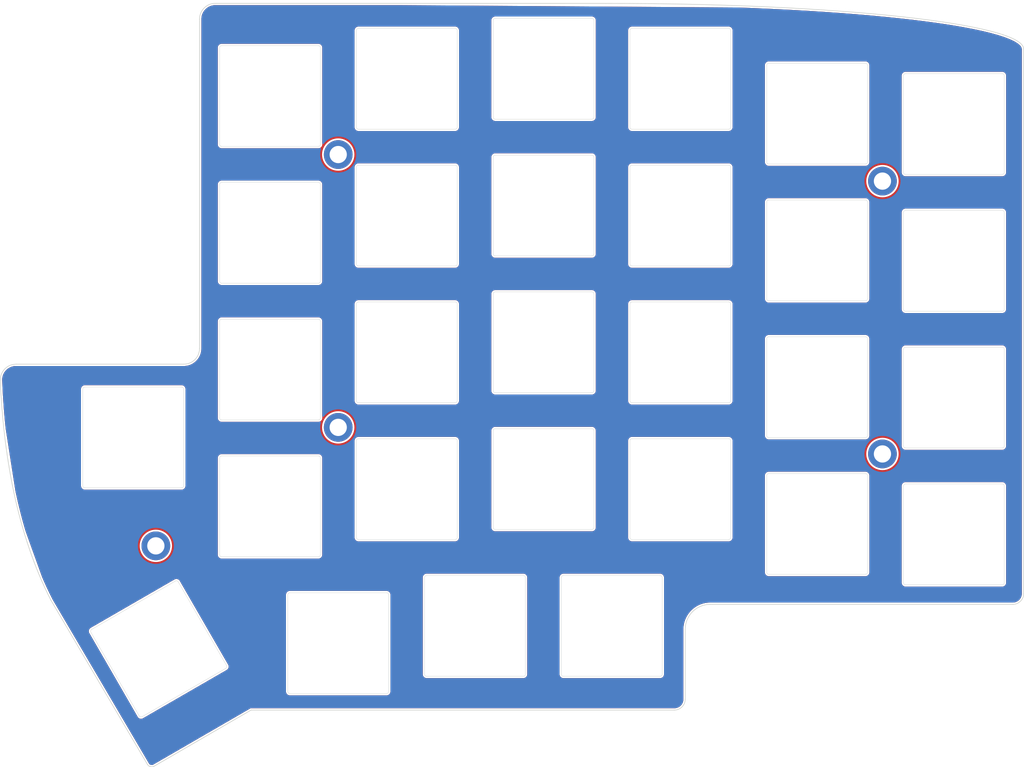
<source format=kicad_pcb>
(kicad_pcb (version 20240108) (generator "pcbnew") (generator_version "8.0")
  (title_block (title "Lily58 Koca Plate") (date "2025-01-10") (rev "1"))
  (layers (0 "F.Cu" signal) (31 "B.Cu" signal) (34 "B.Paste" user) (35 "F.Paste" user) (36 "B.SilkS" user "B.Silkscreen") (37 "F.SilkS" user "F.Silkscreen") (38 "B.Mask" user) (39 "F.Mask" user) (44 "Edge.Cuts" user))
  (net 0 "")
  (footprint "Cherry:Cherry_MX_Plate_Hole" (layer "F.Cu") (at 118.1 116.5)
    (property "Reference" "J20" (hide yes))
    (property "Value" "HOLE")
    (fp_line (start -7.025 6.725) (end -7.025 -6.725) (stroke (width 0.05)) (layer "Edge.Cuts"))
    (fp_line (start -6.725 -7.025) (end 6.725 -7.025) (stroke (width 0.05)) (layer "Edge.Cuts"))
    (fp_line (start 6.725 7.025) (end -6.725 7.025) (stroke (width 0.05)) (layer "Edge.Cuts"))
    (fp_line (start 7.025 -6.725) (end 7.025 6.725) (stroke (width 0.05)) (layer "Edge.Cuts"))
    (fp_arc (start -7.025 -6.725) (mid -6.937132 -6.937132) (end -6.725 -7.025) (stroke (width 0.05)) (layer "Edge.Cuts"))
    (fp_arc (start -6.725 7.025) (mid -6.937132 6.937132) (end -7.025 6.725) (stroke (width 0.05)) (layer "Edge.Cuts"))
    (fp_arc (start 6.725 -7.025) (mid 6.937132 -6.937132) (end 7.025 -6.725) (stroke (width 0.05)) (layer "Edge.Cuts"))
    (fp_arc (start 7.025 6.725) (mid 6.937132 6.937132) (end 6.725 7.025) (stroke (width 0.05)) (layer "Edge.Cuts"))
  )
  (footprint "Cherry:Cherry_MX_Plate_Hole" (layer "F.Cu") (at 175.25 114.1)
    (property "Reference" "J23" (hide yes))
    (property "Value" "HOLE")
    (fp_line (start -7.025 6.725) (end -7.025 -6.725) (stroke (width 0.05)) (layer "Edge.Cuts"))
    (fp_line (start -6.725 -7.025) (end 6.725 -7.025) (stroke (width 0.05)) (layer "Edge.Cuts"))
    (fp_line (start 6.725 7.025) (end -6.725 7.025) (stroke (width 0.05)) (layer "Edge.Cuts"))
    (fp_line (start 7.025 -6.725) (end 7.025 6.725) (stroke (width 0.05)) (layer "Edge.Cuts"))
    (fp_arc (start -7.025 -6.725) (mid -6.937132 -6.937132) (end -6.725 -7.025) (stroke (width 0.05)) (layer "Edge.Cuts"))
    (fp_arc (start -6.725 7.025) (mid -6.937132 6.937132) (end -7.025 6.725) (stroke (width 0.05)) (layer "Edge.Cuts"))
    (fp_arc (start 6.725 -7.025) (mid 6.937132 -6.937132) (end 7.025 -6.725) (stroke (width 0.05)) (layer "Edge.Cuts"))
    (fp_arc (start 7.025 6.725) (mid 6.937132 6.937132) (end 6.725 7.025) (stroke (width 0.05)) (layer "Edge.Cuts"))
  )
  (footprint "Cherry:Cherry_MX_Plate_Hole" (layer "F.Cu") (at 156.2 55.55)
    (property "Reference" "J3" (hide yes))
    (property "Value" "HOLE")
    (fp_line (start -7.025 6.725) (end -7.025 -6.725) (stroke (width 0.05)) (layer "Edge.Cuts"))
    (fp_line (start -6.725 -7.025) (end 6.725 -7.025) (stroke (width 0.05)) (layer "Edge.Cuts"))
    (fp_line (start 6.725 7.025) (end -6.725 7.025) (stroke (width 0.05)) (layer "Edge.Cuts"))
    (fp_line (start 7.025 -6.725) (end 7.025 6.725) (stroke (width 0.05)) (layer "Edge.Cuts"))
    (fp_arc (start -7.025 -6.725) (mid -6.937132 -6.937132) (end -6.725 -7.025) (stroke (width 0.05)) (layer "Edge.Cuts"))
    (fp_arc (start -6.725 7.025) (mid -6.937132 6.937132) (end -7.025 6.725) (stroke (width 0.05)) (layer "Edge.Cuts"))
    (fp_arc (start 6.725 -7.025) (mid 6.937132 -6.937132) (end 7.025 -6.725) (stroke (width 0.05)) (layer "Edge.Cuts"))
    (fp_arc (start 7.025 6.725) (mid 6.937132 6.937132) (end 6.725 7.025) (stroke (width 0.05)) (layer "Edge.Cuts"))
  )
  (footprint "Cherry:Cherry_MX_Plate_Hole" (layer "F.Cu") (at 156.2 93.65)
    (property "Reference" "J15" (hide yes))
    (property "Value" "HOLE")
    (fp_line (start -7.025 6.725) (end -7.025 -6.725) (stroke (width 0.05)) (layer "Edge.Cuts"))
    (fp_line (start -6.725 -7.025) (end 6.725 -7.025) (stroke (width 0.05)) (layer "Edge.Cuts"))
    (fp_line (start 6.725 7.025) (end -6.725 7.025) (stroke (width 0.05)) (layer "Edge.Cuts"))
    (fp_line (start 7.025 -6.725) (end 7.025 6.725) (stroke (width 0.05)) (layer "Edge.Cuts"))
    (fp_arc (start -7.025 -6.725) (mid -6.937132 -6.937132) (end -6.725 -7.025) (stroke (width 0.05)) (layer "Edge.Cuts"))
    (fp_arc (start -6.725 7.025) (mid -6.937132 6.937132) (end -7.025 6.725) (stroke (width 0.05)) (layer "Edge.Cuts"))
    (fp_arc (start 6.725 -7.025) (mid 6.937132 -6.937132) (end 7.025 -6.725) (stroke (width 0.05)) (layer "Edge.Cuts"))
    (fp_arc (start 7.025 6.725) (mid 6.937132 6.937132) (end 6.725 7.025) (stroke (width 0.05)) (layer "Edge.Cuts"))
  )
  (footprint "Cherry:Cherry_MX_Plate_Hole" (layer "F.Cu") (at 175.25 76)
    (property "Reference" "J10" (hide yes))
    (property "Value" "HOLE")
    (fp_line (start -7.025 6.725) (end -7.025 -6.725) (stroke (width 0.05)) (layer "Edge.Cuts"))
    (fp_line (start -6.725 -7.025) (end 6.725 -7.025) (stroke (width 0.05)) (layer "Edge.Cuts"))
    (fp_line (start 6.725 7.025) (end -6.725 7.025) (stroke (width 0.05)) (layer "Edge.Cuts"))
    (fp_line (start 7.025 -6.725) (end 7.025 6.725) (stroke (width 0.05)) (layer "Edge.Cuts"))
    (fp_arc (start -7.025 -6.725) (mid -6.937132 -6.937132) (end -6.725 -7.025) (stroke (width 0.05)) (layer "Edge.Cuts"))
    (fp_arc (start -6.725 7.025) (mid -6.937132 6.937132) (end -7.025 6.725) (stroke (width 0.05)) (layer "Edge.Cuts"))
    (fp_arc (start 6.725 -7.025) (mid 6.937132 -6.937132) (end 7.025 -6.725) (stroke (width 0.05)) (layer "Edge.Cuts"))
    (fp_arc (start 7.025 6.725) (mid 6.937132 6.937132) (end 6.725 7.025) (stroke (width 0.05)) (layer "Edge.Cuts"))
  )
  (footprint "Cherry:Cherry_MX_Plate_Hole" (layer "F.Cu") (at 213.35 82.3)
    (property "Reference" "J12" (hide yes))
    (property "Value" "HOLE")
    (fp_line (start -7.025 6.725) (end -7.025 -6.725) (stroke (width 0.05)) (layer "Edge.Cuts"))
    (fp_line (start -6.725 -7.025) (end 6.725 -7.025) (stroke (width 0.05)) (layer "Edge.Cuts"))
    (fp_line (start 6.725 7.025) (end -6.725 7.025) (stroke (width 0.05)) (layer "Edge.Cuts"))
    (fp_line (start 7.025 -6.725) (end 7.025 6.725) (stroke (width 0.05)) (layer "Edge.Cuts"))
    (fp_arc (start -7.025 -6.725) (mid -6.937132 -6.937132) (end -6.725 -7.025) (stroke (width 0.05)) (layer "Edge.Cuts"))
    (fp_arc (start -6.725 7.025) (mid -6.937132 6.937132) (end -7.025 6.725) (stroke (width 0.05)) (layer "Edge.Cuts"))
    (fp_arc (start 6.725 -7.025) (mid 6.937132 -6.937132) (end 7.025 -6.725) (stroke (width 0.05)) (layer "Edge.Cuts"))
    (fp_arc (start 7.025 6.725) (mid 6.937132 6.937132) (end 6.725 7.025) (stroke (width 0.05)) (layer "Edge.Cuts"))
  )
  (footprint "Cherry:Cherry_MX_Plate_Hole" (layer "F.Cu") (at 118.1 78.4)
    (property "Reference" "J7" (hide yes))
    (property "Value" "HOLE")
    (fp_line (start -7.025 6.725) (end -7.025 -6.725) (stroke (width 0.05)) (layer "Edge.Cuts"))
    (fp_line (start -6.725 -7.025) (end 6.725 -7.025) (stroke (width 0.05)) (layer "Edge.Cuts"))
    (fp_line (start 6.725 7.025) (end -6.725 7.025) (stroke (width 0.05)) (layer "Edge.Cuts"))
    (fp_line (start 7.025 -6.725) (end 7.025 6.725) (stroke (width 0.05)) (layer "Edge.Cuts"))
    (fp_arc (start -7.025 -6.725) (mid -6.937132 -6.937132) (end -6.725 -7.025) (stroke (width 0.05)) (layer "Edge.Cuts"))
    (fp_arc (start -6.725 7.025) (mid -6.937132 6.937132) (end -7.025 6.725) (stroke (width 0.05)) (layer "Edge.Cuts"))
    (fp_arc (start 6.725 -7.025) (mid 6.937132 -6.937132) (end 7.025 -6.725) (stroke (width 0.05)) (layer "Edge.Cuts"))
    (fp_arc (start 7.025 6.725) (mid 6.937132 6.937132) (end 6.725 7.025) (stroke (width 0.05)) (layer "Edge.Cuts"))
  )
  (footprint "Cherry:Cherry_MX_Plate_Hole" (layer "F.Cu") (at 213.35 101.35)
    (property "Reference" "J18" (hide yes))
    (property "Value" "HOLE")
    (fp_line (start -7.025 6.725) (end -7.025 -6.725) (stroke (width 0.05)) (layer "Edge.Cuts"))
    (fp_line (start -6.725 -7.025) (end 6.725 -7.025) (stroke (width 0.05)) (layer "Edge.Cuts"))
    (fp_line (start 6.725 7.025) (end -6.725 7.025) (stroke (width 0.05)) (layer "Edge.Cuts"))
    (fp_line (start 7.025 -6.725) (end 7.025 6.725) (stroke (width 0.05)) (layer "Edge.Cuts"))
    (fp_arc (start -7.025 -6.725) (mid -6.937132 -6.937132) (end -6.725 -7.025) (stroke (width 0.05)) (layer "Edge.Cuts"))
    (fp_arc (start -6.725 7.025) (mid -6.937132 6.937132) (end -7.025 6.725) (stroke (width 0.05)) (layer "Edge.Cuts"))
    (fp_arc (start 6.725 -7.025) (mid 6.937132 -6.937132) (end 7.025 -6.725) (stroke (width 0.05)) (layer "Edge.Cuts"))
    (fp_arc (start 7.025 6.725) (mid 6.937132 6.937132) (end 6.725 7.025) (stroke (width 0.05)) (layer "Edge.Cuts"))
  )
  (footprint "yuchi:M2_HOLE_PCB" (layer "F.Cu") (at 203.4 109.2)
    (property "Reference" "J34" (hide yes))
    (property "Value" "M2")
    (pad "" thru_hole circle (at 0 0) (size 4 4) (drill 2.4) (layers "*.Cu" "*.Mask"))
  )
  (footprint "Cherry:Cherry_MX_Plate_Hole" (layer "F.Cu") (at 156.2 74.6)
    (property "Reference" "J9" (hide yes))
    (property "Value" "HOLE")
    (fp_line (start -7.025 6.725) (end -7.025 -6.725) (stroke (width 0.05)) (layer "Edge.Cuts"))
    (fp_line (start -6.725 -7.025) (end 6.725 -7.025) (stroke (width 0.05)) (layer "Edge.Cuts"))
    (fp_line (start 6.725 7.025) (end -6.725 7.025) (stroke (width 0.05)) (layer "Edge.Cuts"))
    (fp_line (start 7.025 -6.725) (end 7.025 6.725) (stroke (width 0.05)) (layer "Edge.Cuts"))
    (fp_arc (start -7.025 -6.725) (mid -6.937132 -6.937132) (end -6.725 -7.025) (stroke (width 0.05)) (layer "Edge.Cuts"))
    (fp_arc (start -6.725 7.025) (mid -6.937132 6.937132) (end -7.025 6.725) (stroke (width 0.05)) (layer "Edge.Cuts"))
    (fp_arc (start 6.725 -7.025) (mid 6.937132 -6.937132) (end 7.025 -6.725) (stroke (width 0.05)) (layer "Edge.Cuts"))
    (fp_arc (start 7.025 6.725) (mid 6.937132 6.937132) (end 6.725 7.025) (stroke (width 0.05)) (layer "Edge.Cuts"))
  )
  (footprint "Cherry:Cherry_MX_Plate_Hole" (layer "F.Cu") (at 137.15 95.05)
    (property "Reference" "J14" (hide yes))
    (property "Value" "HOLE")
    (fp_line (start -7.025 6.725) (end -7.025 -6.725) (stroke (width 0.05)) (layer "Edge.Cuts"))
    (fp_line (start -6.725 -7.025) (end 6.725 -7.025) (stroke (width 0.05)) (layer "Edge.Cuts"))
    (fp_line (start 6.725 7.025) (end -6.725 7.025) (stroke (width 0.05)) (layer "Edge.Cuts"))
    (fp_line (start 7.025 -6.725) (end 7.025 6.725) (stroke (width 0.05)) (layer "Edge.Cuts"))
    (fp_arc (start -7.025 -6.725) (mid -6.937132 -6.937132) (end -6.725 -7.025) (stroke (width 0.05)) (layer "Edge.Cuts"))
    (fp_arc (start -6.725 7.025) (mid -6.937132 6.937132) (end -7.025 6.725) (stroke (width 0.05)) (layer "Edge.Cuts"))
    (fp_arc (start 6.725 -7.025) (mid 6.937132 -6.937132) (end 7.025 -6.725) (stroke (width 0.05)) (layer "Edge.Cuts"))
    (fp_arc (start 7.025 6.725) (mid 6.937132 6.937132) (end 6.725 7.025) (stroke (width 0.05)) (layer "Edge.Cuts"))
  )
  (footprint "Cherry:Cherry_MX_Plate_Hole" (layer "F.Cu") (at 194.3 99.9)
    (property "Reference" "J17" (hide yes))
    (property "Value" "HOLE")
    (fp_line (start -7.025 6.725) (end -7.025 -6.725) (stroke (width 0.05)) (layer "Edge.Cuts"))
    (fp_line (start -6.725 -7.025) (end 6.725 -7.025) (stroke (width 0.05)) (layer "Edge.Cuts"))
    (fp_line (start 6.725 7.025) (end -6.725 7.025) (stroke (width 0.05)) (layer "Edge.Cuts"))
    (fp_line (start 7.025 -6.725) (end 7.025 6.725) (stroke (width 0.05)) (layer "Edge.Cuts"))
    (fp_arc (start -7.025 -6.725) (mid -6.937132 -6.937132) (end -6.725 -7.025) (stroke (width 0.05)) (layer "Edge.Cuts"))
    (fp_arc (start -6.725 7.025) (mid -6.937132 6.937132) (end -7.025 6.725) (stroke (width 0.05)) (layer "Edge.Cuts"))
    (fp_arc (start 6.725 -7.025) (mid 6.937132 -6.937132) (end 7.025 -6.725) (stroke (width 0.05)) (layer "Edge.Cuts"))
    (fp_arc (start 7.025 6.725) (mid 6.937132 6.937132) (end 6.725 7.025) (stroke (width 0.05)) (layer "Edge.Cuts"))
  )
  (footprint "Cherry:Cherry_MX_Plate_Hole" (layer "F.Cu") (at 213.35 63.25)
    (property "Reference" "J6" (hide yes))
    (property "Value" "HOLE")
    (fp_line (start -7.025 6.725) (end -7.025 -6.725) (stroke (width 0.05)) (layer "Edge.Cuts"))
    (fp_line (start -6.725 -7.025) (end 6.725 -7.025) (stroke (width 0.05)) (layer "Edge.Cuts"))
    (fp_line (start 6.725 7.025) (end -6.725 7.025) (stroke (width 0.05)) (layer "Edge.Cuts"))
    (fp_line (start 7.025 -6.725) (end 7.025 6.725) (stroke (width 0.05)) (layer "Edge.Cuts"))
    (fp_arc (start -7.025 -6.725) (mid -6.937132 -6.937132) (end -6.725 -7.025) (stroke (width 0.05)) (layer "Edge.Cuts"))
    (fp_arc (start -6.725 7.025) (mid -6.937132 6.937132) (end -7.025 6.725) (stroke (width 0.05)) (layer "Edge.Cuts"))
    (fp_arc (start 6.725 -7.025) (mid 6.937132 -6.937132) (end 7.025 -6.725) (stroke (width 0.05)) (layer "Edge.Cuts"))
    (fp_arc (start 7.025 6.725) (mid 6.937132 6.937132) (end 6.725 7.025) (stroke (width 0.05)) (layer "Edge.Cuts"))
  )
  (footprint "Cherry:Cherry_MX_Plate_Hole" (layer "F.Cu") (at 165.7 133.15)
    (property "Reference" "J29" (hide yes))
    (property "Value" "HOLE")
    (fp_line (start -7.025 6.725) (end -7.025 -6.725) (stroke (width 0.05)) (layer "Edge.Cuts"))
    (fp_line (start -6.725 -7.025) (end 6.725 -7.025) (stroke (width 0.05)) (layer "Edge.Cuts"))
    (fp_line (start 6.725 7.025) (end -6.725 7.025) (stroke (width 0.05)) (layer "Edge.Cuts"))
    (fp_line (start 7.025 -6.725) (end 7.025 6.725) (stroke (width 0.05)) (layer "Edge.Cuts"))
    (fp_arc (start -7.025 -6.725) (mid -6.937132 -6.937132) (end -6.725 -7.025) (stroke (width 0.05)) (layer "Edge.Cuts"))
    (fp_arc (start -6.725 7.025) (mid -6.937132 6.937132) (end -7.025 6.725) (stroke (width 0.05)) (layer "Edge.Cuts"))
    (fp_arc (start 6.725 -7.025) (mid 6.937132 -6.937132) (end 7.025 -6.725) (stroke (width 0.05)) (layer "Edge.Cuts"))
    (fp_arc (start 7.025 6.725) (mid 6.937132 6.937132) (end 6.725 7.025) (stroke (width 0.05)) (layer "Edge.Cuts"))
  )
  (footprint "yuchi:M2_HOLE_PCB" (layer "F.Cu") (at 127.6 105.5)
    (property "Reference" "J31" (hide yes))
    (property "Value" "M2")
    (pad "" thru_hole circle (at 0 0) (size 4 4) (drill 2.4) (layers "*.Cu" "*.Mask"))
  )
  (footprint "Cherry:Cherry_MX_Plate_Hole" (layer "F.Cu") (at 194.3 118.95)
    (property "Reference" "J24" (hide yes))
    (property "Value" "HOLE")
    (fp_line (start -7.025 6.725) (end -7.025 -6.725) (stroke (width 0.05)) (layer "Edge.Cuts"))
    (fp_line (start -6.725 -7.025) (end 6.725 -7.025) (stroke (width 0.05)) (layer "Edge.Cuts"))
    (fp_line (start 6.725 7.025) (end -6.725 7.025) (stroke (width 0.05)) (layer "Edge.Cuts"))
    (fp_line (start 7.025 -6.725) (end 7.025 6.725) (stroke (width 0.05)) (layer "Edge.Cuts"))
    (fp_arc (start -7.025 -6.725) (mid -6.937132 -6.937132) (end -6.725 -7.025) (stroke (width 0.05)) (layer "Edge.Cuts"))
    (fp_arc (start -6.725 7.025) (mid -6.937132 6.937132) (end -7.025 6.725) (stroke (width 0.05)) (layer "Edge.Cuts"))
    (fp_arc (start 6.725 -7.025) (mid 6.937132 -6.937132) (end 7.025 -6.725) (stroke (width 0.05)) (layer "Edge.Cuts"))
    (fp_arc (start 7.025 6.725) (mid 6.937132 6.937132) (end 6.725 7.025) (stroke (width 0.05)) (layer "Edge.Cuts"))
  )
  (footprint "Cherry:Cherry_MX_Plate_Hole" (layer "F.Cu") (at 213.35 120.4)
    (property "Reference" "J25" (hide yes))
    (property "Value" "HOLE")
    (fp_line (start -7.025 6.725) (end -7.025 -6.725) (stroke (width 0.05)) (layer "Edge.Cuts"))
    (fp_line (start -6.725 -7.025) (end 6.725 -7.025) (stroke (width 0.05)) (layer "Edge.Cuts"))
    (fp_line (start 6.725 7.025) (end -6.725 7.025) (stroke (width 0.05)) (layer "Edge.Cuts"))
    (fp_line (start 7.025 -6.725) (end 7.025 6.725) (stroke (width 0.05)) (layer "Edge.Cuts"))
    (fp_arc (start -7.025 -6.725) (mid -6.937132 -6.937132) (end -6.725 -7.025) (stroke (width 0.05)) (layer "Edge.Cuts"))
    (fp_arc (start -6.725 7.025) (mid -6.937132 6.937132) (end -7.025 6.725) (stroke (width 0.05)) (layer "Edge.Cuts"))
    (fp_arc (start 6.725 -7.025) (mid 6.937132 -6.937132) (end 7.025 -6.725) (stroke (width 0.05)) (layer "Edge.Cuts"))
    (fp_arc (start 7.025 6.725) (mid 6.937132 6.937132) (end 6.725 7.025) (stroke (width 0.05)) (layer "Edge.Cuts"))
  )
  (footprint "yuchi:M2_HOLE_PCB" (layer "F.Cu") (at 203.4 71.2)
    (property "Reference" "J33" (hide yes))
    (property "Value" "M2")
    (pad "" thru_hole circle (at 0 0) (size 4 4) (drill 2.4) (layers "*.Cu" "*.Mask"))
  )
  (footprint "Cherry:Cherry_MX_Plate_Hole" (layer "F.Cu") (at 118.1 97.45)
    (property "Reference" "J13" (hide yes))
    (property "Value" "HOLE")
    (fp_line (start -7.025 6.725) (end -7.025 -6.725) (stroke (width 0.05)) (layer "Edge.Cuts"))
    (fp_line (start -6.725 -7.025) (end 6.725 -7.025) (stroke (width 0.05)) (layer "Edge.Cuts"))
    (fp_line (start 6.725 7.025) (end -6.725 7.025) (stroke (width 0.05)) (layer "Edge.Cuts"))
    (fp_line (start 7.025 -6.725) (end 7.025 6.725) (stroke (width 0.05)) (layer "Edge.Cuts"))
    (fp_arc (start -7.025 -6.725) (mid -6.937132 -6.937132) (end -6.725 -7.025) (stroke (width 0.05)) (layer "Edge.Cuts"))
    (fp_arc (start -6.725 7.025) (mid -6.937132 6.937132) (end -7.025 6.725) (stroke (width 0.05)) (layer "Edge.Cuts"))
    (fp_arc (start 6.725 -7.025) (mid 6.937132 -6.937132) (end 7.025 -6.725) (stroke (width 0.05)) (layer "Edge.Cuts"))
    (fp_arc (start 7.025 6.725) (mid 6.937132 6.937132) (end 6.725 7.025) (stroke (width 0.05)) (layer "Edge.Cuts"))
  )
  (footprint "Cherry:Cherry_MX_Plate_Hole" (layer "F.Cu") (at 99.05 106.9)
    (property "Reference" "J19" (hide yes))
    (property "Value" "HOLE")
    (fp_line (start -7.025 6.725) (end -7.025 -6.725) (stroke (width 0.05)) (layer "Edge.Cuts"))
    (fp_line (start -6.725 -7.025) (end 6.725 -7.025) (stroke (width 0.05)) (layer "Edge.Cuts"))
    (fp_line (start 6.725 7.025) (end -6.725 7.025) (stroke (width 0.05)) (layer "Edge.Cuts"))
    (fp_line (start 7.025 -6.725) (end 7.025 6.725) (stroke (width 0.05)) (layer "Edge.Cuts"))
    (fp_arc (start -7.025 -6.725) (mid -6.937132 -6.937132) (end -6.725 -7.025) (stroke (width 0.05)) (layer "Edge.Cuts"))
    (fp_arc (start -6.725 7.025) (mid -6.937132 6.937132) (end -7.025 6.725) (stroke (width 0.05)) (layer "Edge.Cuts"))
    (fp_arc (start 6.725 -7.025) (mid 6.937132 -6.937132) (end 7.025 -6.725) (stroke (width 0.05)) (layer "Edge.Cuts"))
    (fp_arc (start 7.025 6.725) (mid 6.937132 6.937132) (end 6.725 7.025) (stroke (width 0.05)) (layer "Edge.Cuts"))
  )
  (footprint "Cherry:Cherry_MX_Plate_Hole" (layer "F.Cu") (at 175.25 56.95)
    (property "Reference" "J4" (hide yes))
    (property "Value" "HOLE")
    (fp_line (start -7.025 6.725) (end -7.025 -6.725) (stroke (width 0.05)) (layer "Edge.Cuts"))
    (fp_line (start -6.725 -7.025) (end 6.725 -7.025) (stroke (width 0.05)) (layer "Edge.Cuts"))
    (fp_line (start 6.725 7.025) (end -6.725 7.025) (stroke (width 0.05)) (layer "Edge.Cuts"))
    (fp_line (start 7.025 -6.725) (end 7.025 6.725) (stroke (width 0.05)) (layer "Edge.Cuts"))
    (fp_arc (start -7.025 -6.725) (mid -6.937132 -6.937132) (end -6.725 -7.025) (stroke (width 0.05)) (layer "Edge.Cuts"))
    (fp_arc (start -6.725 7.025) (mid -6.937132 6.937132) (end -7.025 6.725) (stroke (width 0.05)) (layer "Edge.Cuts"))
    (fp_arc (start 6.725 -7.025) (mid 6.937132 -6.937132) (end 7.025 -6.725) (stroke (width 0.05)) (layer "Edge.Cuts"))
    (fp_arc (start 7.025 6.725) (mid 6.937132 6.937132) (end 6.725 7.025) (stroke (width 0.05)) (layer "Edge.Cuts"))
  )
  (footprint "Cherry:Cherry_MX_Plate_Hole" (layer "F.Cu") (at 137.15 114.1)
    (property "Reference" "J21" (hide yes))
    (property "Value" "HOLE")
    (fp_line (start -7.025 6.725) (end -7.025 -6.725) (stroke (width 0.05)) (layer "Edge.Cuts"))
    (fp_line (start -6.725 -7.025) (end 6.725 -7.025) (stroke (width 0.05)) (layer "Edge.Cuts"))
    (fp_line (start 6.725 7.025) (end -6.725 7.025) (stroke (width 0.05)) (layer "Edge.Cuts"))
    (fp_line (start 7.025 -6.725) (end 7.025 6.725) (stroke (width 0.05)) (layer "Edge.Cuts"))
    (fp_arc (start -7.025 -6.725) (mid -6.937132 -6.937132) (end -6.725 -7.025) (stroke (width 0.05)) (layer "Edge.Cuts"))
    (fp_arc (start -6.725 7.025) (mid -6.937132 6.937132) (end -7.025 6.725) (stroke (width 0.05)) (layer "Edge.Cuts"))
    (fp_arc (start 6.725 -7.025) (mid 6.937132 -6.937132) (end 7.025 -6.725) (stroke (width 0.05)) (layer "Edge.Cuts"))
    (fp_arc (start 7.025 6.725) (mid 6.937132 6.937132) (end 6.725 7.025) (stroke (width 0.05)) (layer "Edge.Cuts"))
  )
  (footprint "yuchi:M2_HOLE_PCB" (layer "F.Cu") (at 127.6 67.5)
    (property "Reference" "J32" (hide yes))
    (property "Value" "M2")
    (pad "" thru_hole circle (at 0 0) (size 4 4) (drill 2.4) (layers "*.Cu" "*.Mask"))
  )
  (footprint "Cherry:Cherry_MX_Plate_Hole" (layer "F.Cu") (at 194.3 80.85)
    (property "Reference" "J11" (hide yes))
    (property "Value" "HOLE")
    (fp_line (start -7.025 6.725) (end -7.025 -6.725) (stroke (width 0.05)) (layer "Edge.Cuts"))
    (fp_line (start -6.725 -7.025) (end 6.725 -7.025) (stroke (width 0.05)) (layer "Edge.Cuts"))
    (fp_line (start 6.725 7.025) (end -6.725 7.025) (stroke (width 0.05)) (layer "Edge.Cuts"))
    (fp_line (start 7.025 -6.725) (end 7.025 6.725) (stroke (width 0.05)) (layer "Edge.Cuts"))
    (fp_arc (start -7.025 -6.725) (mid -6.937132 -6.937132) (end -6.725 -7.025) (stroke (width 0.05)) (layer "Edge.Cuts"))
    (fp_arc (start -6.725 7.025) (mid -6.937132 6.937132) (end -7.025 6.725) (stroke (width 0.05)) (layer "Edge.Cuts"))
    (fp_arc (start 6.725 -7.025) (mid 6.937132 -6.937132) (end 7.025 -6.725) (stroke (width 0.05)) (layer "Edge.Cuts"))
    (fp_arc (start 7.025 6.725) (mid 6.937132 6.937132) (end 6.725 7.025) (stroke (width 0.05)) (layer "Edge.Cuts"))
  )
  (footprint "Cherry:Cherry_MX_Plate_Hole" (layer "F.Cu") (at 137.15 76)
    (property "Reference" "J8" (hide yes))
    (property "Value" "HOLE")
    (fp_line (start -7.025 6.725) (end -7.025 -6.725) (stroke (width 0.05)) (layer "Edge.Cuts"))
    (fp_line (start -6.725 -7.025) (end 6.725 -7.025) (stroke (width 0.05)) (layer "Edge.Cuts"))
    (fp_line (start 6.725 7.025) (end -6.725 7.025) (stroke (width 0.05)) (layer "Edge.Cuts"))
    (fp_line (start 7.025 -6.725) (end 7.025 6.725) (stroke (width 0.05)) (layer "Edge.Cuts"))
    (fp_arc (start -7.025 -6.725) (mid -6.937132 -6.937132) (end -6.725 -7.025) (stroke (width 0.05)) (layer "Edge.Cuts"))
    (fp_arc (start -6.725 7.025) (mid -6.937132 6.937132) (end -7.025 6.725) (stroke (width 0.05)) (layer "Edge.Cuts"))
    (fp_arc (start 6.725 -7.025) (mid 6.937132 -6.937132) (end 7.025 -6.725) (stroke (width 0.05)) (layer "Edge.Cuts"))
    (fp_arc (start 7.025 6.725) (mid 6.937132 6.937132) (end 6.725 7.025) (stroke (width 0.05)) (layer "Edge.Cuts"))
  )
  (footprint "Cherry:Cherry_MX_Plate_Hole" (layer "F.Cu") (at 102.6 136.35 30)
    (property "Reference" "J26" (hide yes))
    (property "Value" "HOLE")
    (fp_line (start -6.725 -7.025) (end 6.725 -7.025) (stroke (width 0.05)) (layer "Edge.Cuts"))
    (fp_line (start -7.025 6.725) (end -7.025 -6.725) (stroke (width 0.05)) (layer "Edge.Cuts"))
    (fp_line (start 7.025 -6.725) (end 7.025 6.725) (stroke (width 0.05)) (layer "Edge.Cuts"))
    (fp_line (start 6.725 7.025) (end -6.725 7.025) (stroke (width 0.05)) (layer "Edge.Cuts"))
    (fp_arc (start -7.025 -6.725) (mid -6.93713 -6.937129) (end -6.725 -7.025) (stroke (width 0.05)) (layer "Edge.Cuts"))
    (fp_arc (start -6.725 7.025) (mid -6.937129 6.93713) (end -7.025 6.725) (stroke (width 0.05)) (layer "Edge.Cuts"))
    (fp_arc (start 6.725 -7.025) (mid 6.937131 -6.937132) (end 7.025 -6.725) (stroke (width 0.05)) (layer "Edge.Cuts"))
    (fp_arc (start 7.025 6.725) (mid 6.937132 6.937131) (end 6.725 7.025) (stroke (width 0.05)) (layer "Edge.Cuts"))
  )
  (footprint "Cherry:Cherry_MX_Plate_Hole" (layer "F.Cu") (at 156.2 112.7)
    (property "Reference" "J22" (hide yes))
    (property "Value" "HOLE")
    (fp_line (start -7.025 6.725) (end -7.025 -6.725) (stroke (width 0.05)) (layer "Edge.Cuts"))
    (fp_line (start -6.725 -7.025) (end 6.725 -7.025) (stroke (width 0.05)) (layer "Edge.Cuts"))
    (fp_line (start 6.725 7.025) (end -6.725 7.025) (stroke (width 0.05)) (layer "Edge.Cuts"))
    (fp_line (start 7.025 -6.725) (end 7.025 6.725) (stroke (width 0.05)) (layer "Edge.Cuts"))
    (fp_arc (start -7.025 -6.725) (mid -6.937132 -6.937132) (end -6.725 -7.025) (stroke (width 0.05)) (layer "Edge.Cuts"))
    (fp_arc (start -6.725 7.025) (mid -6.937132 6.937132) (end -7.025 6.725) (stroke (width 0.05)) (layer "Edge.Cuts"))
    (fp_arc (start 6.725 -7.025) (mid 6.937132 -6.937132) (end 7.025 -6.725) (stroke (width 0.05)) (layer "Edge.Cuts"))
    (fp_arc (start 7.025 6.725) (mid 6.937132 6.937132) (end 6.725 7.025) (stroke (width 0.05)) (layer "Edge.Cuts"))
  )
  (footprint "Cherry:Cherry_MX_Plate_Hole" (layer "F.Cu") (at 194.3 61.8)
    (property "Reference" "J5" (hide yes))
    (property "Value" "HOLE")
    (fp_line (start -7.025 6.725) (end -7.025 -6.725) (stroke (width 0.05)) (layer "Edge.Cuts"))
    (fp_line (start -6.725 -7.025) (end 6.725 -7.025) (stroke (width 0.05)) (layer "Edge.Cuts"))
    (fp_line (start 6.725 7.025) (end -6.725 7.025) (stroke (width 0.05)) (layer "Edge.Cuts"))
    (fp_line (start 7.025 -6.725) (end 7.025 6.725) (stroke (width 0.05)) (layer "Edge.Cuts"))
    (fp_arc (start -7.025 -6.725) (mid -6.937132 -6.937132) (end -6.725 -7.025) (stroke (width 0.05)) (layer "Edge.Cuts"))
    (fp_arc (start -6.725 7.025) (mid -6.937132 6.937132) (end -7.025 6.725) (stroke (width 0.05)) (layer "Edge.Cuts"))
    (fp_arc (start 6.725 -7.025) (mid 6.937132 -6.937132) (end 7.025 -6.725) (stroke (width 0.05)) (layer "Edge.Cuts"))
    (fp_arc (start 7.025 6.725) (mid 6.937132 6.937132) (end 6.725 7.025) (stroke (width 0.05)) (layer "Edge.Cuts"))
  )
  (footprint "Cherry:Cherry_MX_Plate_Hole" (layer "F.Cu") (at 146.65 133.15)
    (property "Reference" "J28" (hide yes))
    (property "Value" "HOLE")
    (fp_line (start -7.025 6.725) (end -7.025 -6.725) (stroke (width 0.05)) (layer "Edge.Cuts"))
    (fp_line (start -6.725 -7.025) (end 6.725 -7.025) (stroke (width 0.05)) (layer "Edge.Cuts"))
    (fp_line (start 6.725 7.025) (end -6.725 7.025) (stroke (width 0.05)) (layer "Edge.Cuts"))
    (fp_line (start 7.025 -6.725) (end 7.025 6.725) (stroke (width 0.05)) (layer "Edge.Cuts"))
    (fp_arc (start -7.025 -6.725) (mid -6.937132 -6.937132) (end -6.725 -7.025) (stroke (width 0.05)) (layer "Edge.Cuts"))
    (fp_arc (start -6.725 7.025) (mid -6.937132 6.937132) (end -7.025 6.725) (stroke (width 0.05)) (layer "Edge.Cuts"))
    (fp_arc (start 6.725 -7.025) (mid 6.937132 -6.937132) (end 7.025 -6.725) (stroke (width 0.05)) (layer "Edge.Cuts"))
    (fp_arc (start 7.025 6.725) (mid 6.937132 6.937132) (end 6.725 7.025) (stroke (width 0.05)) (layer "Edge.Cuts"))
  )
  (footprint "Cherry:Cherry_MX_Plate_Hole" (layer "F.Cu") (at 175.25 95.05)
    (property "Reference" "J16" (hide yes))
    (property "Value" "HOLE")
    (fp_line (start -7.025 6.725) (end -7.025 -6.725) (stroke (width 0.05)) (layer "Edge.Cuts"))
    (fp_line (start -6.725 -7.025) (end 6.725 -7.025) (stroke (width 0.05)) (layer "Edge.Cuts"))
    (fp_line (start 6.725 7.025) (end -6.725 7.025) (stroke (width 0.05)) (layer "Edge.Cuts"))
    (fp_line (start 7.025 -6.725) (end 7.025 6.725) (stroke (width 0.05)) (layer "Edge.Cuts"))
    (fp_arc (start -7.025 -6.725) (mid -6.937132 -6.937132) (end -6.725 -7.025) (stroke (width 0.05)) (layer "Edge.Cuts"))
    (fp_arc (start -6.725 7.025) (mid -6.937132 6.937132) (end -7.025 6.725) (stroke (width 0.05)) (layer "Edge.Cuts"))
    (fp_arc (start 6.725 -7.025) (mid 6.937132 -6.937132) (end 7.025 -6.725) (stroke (width 0.05)) (layer "Edge.Cuts"))
    (fp_arc (start 7.025 6.725) (mid 6.937132 6.937132) (end 6.725 7.025) (stroke (width 0.05)) (layer "Edge.Cuts"))
  )
  (footprint "yuchi:M2_HOLE_PCB" (layer "F.Cu") (at 102.2 122)
    (property "Reference" "J30" (hide yes))
    (property "Value" "M2")
    (pad "" thru_hole circle (at 0 0) (size 4 4) (drill 2.4) (layers "*.Cu" "*.Mask"))
  )
  (footprint "Cherry:Cherry_MX_Plate_Hole" (layer "F.Cu") (at 137.15 56.95)
    (property "Reference" "J2" (hide yes))
    (property "Value" "HOLE")
    (fp_line (start -7.025 6.725) (end -7.025 -6.725) (stroke (width 0.05)) (layer "Edge.Cuts"))
    (fp_line (start -6.725 -7.025) (end 6.725 -7.025) (stroke (width 0.05)) (layer "Edge.Cuts"))
    (fp_line (start 6.725 7.025) (end -6.725 7.025) (stroke (width 0.05)) (layer "Edge.Cuts"))
    (fp_line (start 7.025 -6.725) (end 7.025 6.725) (stroke (width 0.05)) (layer "Edge.Cuts"))
    (fp_arc (start -7.025 -6.725) (mid -6.937132 -6.937132) (end -6.725 -7.025) (stroke (width 0.05)) (layer "Edge.Cuts"))
    (fp_arc (start -6.725 7.025) (mid -6.937132 6.937132) (end -7.025 6.725) (stroke (width 0.05)) (layer "Edge.Cuts"))
    (fp_arc (start 6.725 -7.025) (mid 6.937132 -6.937132) (end 7.025 -6.725) (stroke (width 0.05)) (layer "Edge.Cuts"))
    (fp_arc (start 7.025 6.725) (mid 6.937132 6.937132) (end 6.725 7.025) (stroke (width 0.05)) (layer "Edge.Cuts"))
  )
  (footprint "Cherry:Cherry_MX_Plate_Hole" (layer "F.Cu") (at 127.6 135.55)
    (property "Reference" "J27" (hide yes))
    (property "Value" "HOLE")
    (fp_line (start -7.025 6.725) (end -7.025 -6.725) (stroke (width 0.05)) (layer "Edge.Cuts"))
    (fp_line (start -6.725 -7.025) (end 6.725 -7.025) (stroke (width 0.05)) (layer "Edge.Cuts"))
    (fp_line (start 6.725 7.025) (end -6.725 7.025) (stroke (width 0.05)) (layer "Edge.Cuts"))
    (fp_line (start 7.025 -6.725) (end 7.025 6.725) (stroke (width 0.05)) (layer "Edge.Cuts"))
    (fp_arc (start -7.025 -6.725) (mid -6.937132 -6.937132) (end -6.725 -7.025) (stroke (width 0.05)) (layer "Edge.Cuts"))
    (fp_arc (start -6.725 7.025) (mid -6.937132 6.937132) (end -7.025 6.725) (stroke (width 0.05)) (layer "Edge.Cuts"))
    (fp_arc (start 6.725 -7.025) (mid 6.937132 -6.937132) (end 7.025 -6.725) (stroke (width 0.05)) (layer "Edge.Cuts"))
    (fp_arc (start 7.025 6.725) (mid 6.937132 6.937132) (end 6.725 7.025) (stroke (width 0.05)) (layer "Edge.Cuts"))
  )
  (footprint "Cherry:Cherry_MX_Plate_Hole" (layer "F.Cu") (at 118.1 59.35)
    (property "Reference" "J1" (hide yes))
    (property "Value" "HOLE")
    (fp_line (start -7.025 6.725) (end -7.025 -6.725) (stroke (width 0.05)) (layer "Edge.Cuts"))
    (fp_line (start -6.725 -7.025) (end 6.725 -7.025) (stroke (width 0.05)) (layer "Edge.Cuts"))
    (fp_line (start 6.725 7.025) (end -6.725 7.025) (stroke (width 0.05)) (layer "Edge.Cuts"))
    (fp_line (start 7.025 -6.725) (end 7.025 6.725) (stroke (width 0.05)) (layer "Edge.Cuts"))
    (fp_arc (start -7.025 -6.725) (mid -6.937132 -6.937132) (end -6.725 -7.025) (stroke (width 0.05)) (layer "Edge.Cuts"))
    (fp_arc (start -6.725 7.025) (mid -6.937132 6.937132) (end -7.025 6.725) (stroke (width 0.05)) (layer "Edge.Cuts"))
    (fp_arc (start 6.725 -7.025) (mid 6.937132 -6.937132) (end 7.025 -6.725) (stroke (width 0.05)) (layer "Edge.Cuts"))
    (fp_arc (start 7.025 6.725) (mid 6.937132 6.937132) (end 6.725 7.025) (stroke (width 0.05)) (layer "Edge.Cuts"))
  )
  (gr_curve (pts (xy 87.59743 129.588267) (xy 92.016144 137.107114) (xy 96.632182 144.961725) (xy 101.050843 152.480482)) (stroke (width 0.1)) (layer "Edge.Cuts"))
  (gr_line (start 179.423908 130.145741) (end 221.56456 130.145741) (stroke (width 0.1)) (layer "Edge.Cuts"))
  (gr_line (start 82.742337 96.700554) (end 106.087429 96.700751) (stroke (width 0.1)) (layer "Edge.Cuts"))
  (gr_curve (pts (xy 80.542927 98.902886) (xy 80.944314 109.203246) (xy 82.861395 120.354321) (xy 87.597894 129.588267)) (stroke (width 0.1)) (layer "Edge.Cuts"))
  (gr_line (start 108.287065 94.500652) (end 108.287065 48.642768) (stroke (width 0.1)) (layer "Edge.Cuts"))
  (gr_curve (pts (xy 175.923908 143.367664) (xy 175.923908 144.196766) (xy 175.25301 144.867664) (xy 174.423908 144.867664)) (stroke (width 0.1)) (layer "Edge.Cuts"))
  (gr_curve (pts (xy 82.742093 96.70075) (xy 81.51139 96.70075) (xy 80.542932 97.670414) (xy 80.542932 98.902886)) (stroke (width 0.1)) (layer "Edge.Cuts"))
  (gr_curve (pts (xy 223.06456 52.792761) (xy 223.06456 49.282901) (xy 197.029622 46.442768) (xy 164.855442 46.442768)) (stroke (width 0.1)) (layer "Edge.Cuts"))
  (gr_curve (pts (xy 101.050843 152.480482) (xy 101.273926 152.811129) (xy 101.74937 152.865847) (xy 102.061319 152.627762)) (stroke (width 0.1)) (layer "Edge.Cuts"))
  (gr_curve (pts (xy 110.486672 46.442768) (xy 109.270874 46.442768) (xy 108.287065 47.426752) (xy 108.287065 48.642768)) (stroke (width 0.1)) (layer "Edge.Cuts"))
  (gr_line (start 223.06456 52.792761) (end 223.06456 128.645741) (stroke (width 0.1)) (layer "Edge.Cuts"))
  (gr_curve (pts (xy 175.923908 133.645741) (xy 175.923908 131.71117) (xy 177.489338 130.145741) (xy 179.423908 130.145741)) (stroke (width 0.1)) (layer "Edge.Cuts"))
  (gr_line (start 175.923908 133.645741) (end 175.923908 143.367664) (stroke (width 0.1)) (layer "Edge.Cuts"))
  (gr_line (start 115.467734 144.867664) (end 174.423908 144.867664) (stroke (width 0.1)) (layer "Edge.Cuts"))
  (gr_curve (pts (xy 106.087457 96.700652) (xy 107.303256 96.700652) (xy 108.287065 95.716668) (xy 108.287065 94.500652)) (stroke (width 0.1)) (layer "Edge.Cuts"))
  (gr_curve (pts (xy 102.061319 152.627762) (xy 106.464287 150.078675) (xy 111.063958 147.415708) (xy 115.466874 144.866651)) (stroke (width 0.1)) (layer "Edge.Cuts"))
  (gr_line (start 164.855442 46.442768) (end 110.486672 46.442768) (stroke (width 0.1)) (layer "Edge.Cuts"))
  (gr_curve (pts (xy 223.06456 128.645741) (xy 223.06456 129.474842) (xy 222.393662 130.145741) (xy 221.56456 130.145741)) (stroke (width 0.1)) (layer "Edge.Cuts"))
  (zone (net 0) (net_name "") (layer "F.Cu") (connect_pads (clearance 0.25)) (min_thickness 0.254) (fill yes (thermal_gap 0.508) (thermal_bridge_width 0.508) (island_removal_mode 1) (island_area_min 10))
    (polygon (pts (xy 108.3 46.5) (xy 223.1 47.3) (xy 223.1 130.3) (xy 178.1 130.3) (xy 176.1 132.3) (xy 176.1 144.8) (xy 115.6 144.8) (xy 101.6 152.8) (xy 101.1 152.8) (xy 87.6 129.8) (xy 83.1 117.3) (xy 80.6 101.3) (xy 80.6 96.8) (xy 107.1 96.3) (xy 108.1 94.8)))
  )
  (zone (net 0) (net_name "") (layers "F&B.Cu") (connect_pads (clearance 0)) (min_thickness 0.254)
    (keepout (tracks not_allowed) (vias not_allowed) (pads allowed) (copperpour not_allowed) (footprints allowed))
    (fill (thermal_gap 0.508) (thermal_bridge_width 0.508))
    (polygon (pts (xy 202.3 47.1) (xy 223.1 47.3) (xy 223.1 51.9) (xy 221 50.7) (xy 217.5 49.7) (xy 210.7 48.5) (xy 203.3 47.6)))
  )
  (zone (net 0) (net_name "") (layer "B.Cu") (connect_pads (clearance 0.508)) (min_thickness 0.254) (fill yes (thermal_gap 0.508) (thermal_bridge_width 0.508))
    (polygon (pts (xy 108.3 46.5) (xy 223.100001 47.3) (xy 223.100001 130.3) (xy 178.100001 130.3) (xy 176.100001 132.3) (xy 176.100001 144.8) (xy 115.600001 144.8) (xy 101.600001 152.8) (xy 101.100001 152.8) (xy 87.600001 129.8) (xy 83.100001 117.3) (xy 80.600001 101.3) (xy 80.600001 96.8) (xy 107.100001 96.3) (xy 108.100001 94.8)))
  )
)
</source>
